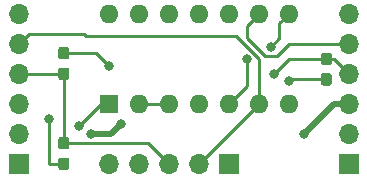
<source format=gbr>
G04 #@! TF.GenerationSoftware,KiCad,Pcbnew,5.0.0-rc3-unknown-14ce5182~65~ubuntu18.04.1*
G04 #@! TF.CreationDate,2018-07-15T20:03:12+01:00*
G04 #@! TF.ProjectId,SEN-14066-adapter,53454E2D31343036362D616461707465,rev?*
G04 #@! TF.SameCoordinates,Original*
G04 #@! TF.FileFunction,Copper,L1,Top,Signal*
G04 #@! TF.FilePolarity,Positive*
%FSLAX46Y46*%
G04 Gerber Fmt 4.6, Leading zero omitted, Abs format (unit mm)*
G04 Created by KiCad (PCBNEW 5.0.0-rc3-unknown-14ce5182~65~ubuntu18.04.1) date Sun Jul 15 20:03:12 2018*
%MOMM*%
%LPD*%
G01*
G04 APERTURE LIST*
G04 #@! TA.AperFunction,ComponentPad*
%ADD10R,1.600000X1.600000*%
G04 #@! TD*
G04 #@! TA.AperFunction,ComponentPad*
%ADD11O,1.600000X1.600000*%
G04 #@! TD*
G04 #@! TA.AperFunction,ComponentPad*
%ADD12R,1.700000X1.700000*%
G04 #@! TD*
G04 #@! TA.AperFunction,ComponentPad*
%ADD13O,1.700000X1.700000*%
G04 #@! TD*
G04 #@! TA.AperFunction,Conductor*
%ADD14C,0.100000*%
G04 #@! TD*
G04 #@! TA.AperFunction,SMDPad,CuDef*
%ADD15C,0.950000*%
G04 #@! TD*
G04 #@! TA.AperFunction,ViaPad*
%ADD16C,0.800000*%
G04 #@! TD*
G04 #@! TA.AperFunction,Conductor*
%ADD17C,0.250000*%
G04 #@! TD*
G04 #@! TA.AperFunction,Conductor*
%ADD18C,0.500000*%
G04 #@! TD*
G04 APERTURE END LIST*
D10*
G04 #@! TO.P,U1,1*
G04 #@! TO.N,Net-(R2-Pad1)*
X71120000Y-68580000D03*
D11*
G04 #@! TO.P,U1,8*
G04 #@! TO.N,Net-(U1-Pad5)*
X86360000Y-60960000D03*
G04 #@! TO.P,U1,2*
G04 #@! TO.N,Net-(U1-Pad2)*
X73660000Y-68580000D03*
G04 #@! TO.P,U1,9*
G04 #@! TO.N,Net-(J3-Pad5)*
X83820000Y-60960000D03*
G04 #@! TO.P,U1,3*
G04 #@! TO.N,Net-(U1-Pad2)*
X76200000Y-68580000D03*
G04 #@! TO.P,U1,10*
G04 #@! TO.N,N/C*
X81280000Y-60960000D03*
G04 #@! TO.P,U1,4*
G04 #@! TO.N,Net-(R3-Pad2)*
X78740000Y-68580000D03*
G04 #@! TO.P,U1,11*
G04 #@! TO.N,N/C*
X78740000Y-60960000D03*
G04 #@! TO.P,U1,5*
G04 #@! TO.N,Net-(U1-Pad5)*
X81280000Y-68580000D03*
G04 #@! TO.P,U1,12*
G04 #@! TO.N,N/C*
X76200000Y-60960000D03*
G04 #@! TO.P,U1,6*
G04 #@! TO.N,RXD*
X83820000Y-68580000D03*
G04 #@! TO.P,U1,13*
G04 #@! TO.N,N/C*
X73660000Y-60960000D03*
G04 #@! TO.P,U1,7*
G04 #@! TO.N,GND*
X86360000Y-68580000D03*
G04 #@! TO.P,U1,14*
G04 #@! TO.N,Vcc*
X71120000Y-60960000D03*
G04 #@! TD*
D12*
G04 #@! TO.P,J1,1*
G04 #@! TO.N,GND*
X63500000Y-73660000D03*
D13*
G04 #@! TO.P,J1,2*
G04 #@! TO.N,Net-(J1-Pad2)*
X63500000Y-71120000D03*
G04 #@! TO.P,J1,3*
G04 #@! TO.N,Vcc*
X63500000Y-68580000D03*
G04 #@! TO.P,J1,4*
G04 #@! TO.N,TXD*
X63500000Y-66040000D03*
G04 #@! TO.P,J1,5*
G04 #@! TO.N,RXD*
X63500000Y-63500000D03*
G04 #@! TO.P,J1,6*
G04 #@! TO.N,Net-(J1-Pad6)*
X63500000Y-60960000D03*
G04 #@! TD*
D12*
G04 #@! TO.P,J2,1*
G04 #@! TO.N,GND*
X81280000Y-73660000D03*
D13*
G04 #@! TO.P,J2,2*
G04 #@! TO.N,RXD*
X78740000Y-73660000D03*
G04 #@! TO.P,J2,3*
G04 #@! TO.N,TXD*
X76200000Y-73660000D03*
G04 #@! TO.P,J2,4*
G04 #@! TO.N,Vcc*
X73660000Y-73660000D03*
G04 #@! TO.P,J2,5*
G04 #@! TO.N,Net-(J2-Pad5)*
X71120000Y-73660000D03*
G04 #@! TD*
G04 #@! TO.P,J3,6*
G04 #@! TO.N,Net-(J3-Pad6)*
X91440000Y-60960000D03*
G04 #@! TO.P,J3,5*
G04 #@! TO.N,Net-(J3-Pad5)*
X91440000Y-63500000D03*
G04 #@! TO.P,J3,4*
G04 #@! TO.N,Net-(J3-Pad4)*
X91440000Y-66040000D03*
G04 #@! TO.P,J3,3*
G04 #@! TO.N,Vcc*
X91440000Y-68580000D03*
G04 #@! TO.P,J3,2*
G04 #@! TO.N,Net-(J3-Pad2)*
X91440000Y-71120000D03*
D12*
G04 #@! TO.P,J3,1*
G04 #@! TO.N,GND*
X91440000Y-73660000D03*
G04 #@! TD*
D14*
G04 #@! TO.N,TXD*
G04 #@! TO.C,R1*
G36*
X67570779Y-65516144D02*
X67593834Y-65519563D01*
X67616443Y-65525227D01*
X67638387Y-65533079D01*
X67659457Y-65543044D01*
X67679448Y-65555026D01*
X67698168Y-65568910D01*
X67715438Y-65584562D01*
X67731090Y-65601832D01*
X67744974Y-65620552D01*
X67756956Y-65640543D01*
X67766921Y-65661613D01*
X67774773Y-65683557D01*
X67780437Y-65706166D01*
X67783856Y-65729221D01*
X67785000Y-65752500D01*
X67785000Y-66327500D01*
X67783856Y-66350779D01*
X67780437Y-66373834D01*
X67774773Y-66396443D01*
X67766921Y-66418387D01*
X67756956Y-66439457D01*
X67744974Y-66459448D01*
X67731090Y-66478168D01*
X67715438Y-66495438D01*
X67698168Y-66511090D01*
X67679448Y-66524974D01*
X67659457Y-66536956D01*
X67638387Y-66546921D01*
X67616443Y-66554773D01*
X67593834Y-66560437D01*
X67570779Y-66563856D01*
X67547500Y-66565000D01*
X67072500Y-66565000D01*
X67049221Y-66563856D01*
X67026166Y-66560437D01*
X67003557Y-66554773D01*
X66981613Y-66546921D01*
X66960543Y-66536956D01*
X66940552Y-66524974D01*
X66921832Y-66511090D01*
X66904562Y-66495438D01*
X66888910Y-66478168D01*
X66875026Y-66459448D01*
X66863044Y-66439457D01*
X66853079Y-66418387D01*
X66845227Y-66396443D01*
X66839563Y-66373834D01*
X66836144Y-66350779D01*
X66835000Y-66327500D01*
X66835000Y-65752500D01*
X66836144Y-65729221D01*
X66839563Y-65706166D01*
X66845227Y-65683557D01*
X66853079Y-65661613D01*
X66863044Y-65640543D01*
X66875026Y-65620552D01*
X66888910Y-65601832D01*
X66904562Y-65584562D01*
X66921832Y-65568910D01*
X66940552Y-65555026D01*
X66960543Y-65543044D01*
X66981613Y-65533079D01*
X67003557Y-65525227D01*
X67026166Y-65519563D01*
X67049221Y-65516144D01*
X67072500Y-65515000D01*
X67547500Y-65515000D01*
X67570779Y-65516144D01*
X67570779Y-65516144D01*
G37*
D15*
G04 #@! TD*
G04 #@! TO.P,R1,1*
G04 #@! TO.N,TXD*
X67310000Y-66040000D03*
D14*
G04 #@! TO.N,Net-(J3-Pad4)*
G04 #@! TO.C,R1*
G36*
X67570779Y-63766144D02*
X67593834Y-63769563D01*
X67616443Y-63775227D01*
X67638387Y-63783079D01*
X67659457Y-63793044D01*
X67679448Y-63805026D01*
X67698168Y-63818910D01*
X67715438Y-63834562D01*
X67731090Y-63851832D01*
X67744974Y-63870552D01*
X67756956Y-63890543D01*
X67766921Y-63911613D01*
X67774773Y-63933557D01*
X67780437Y-63956166D01*
X67783856Y-63979221D01*
X67785000Y-64002500D01*
X67785000Y-64577500D01*
X67783856Y-64600779D01*
X67780437Y-64623834D01*
X67774773Y-64646443D01*
X67766921Y-64668387D01*
X67756956Y-64689457D01*
X67744974Y-64709448D01*
X67731090Y-64728168D01*
X67715438Y-64745438D01*
X67698168Y-64761090D01*
X67679448Y-64774974D01*
X67659457Y-64786956D01*
X67638387Y-64796921D01*
X67616443Y-64804773D01*
X67593834Y-64810437D01*
X67570779Y-64813856D01*
X67547500Y-64815000D01*
X67072500Y-64815000D01*
X67049221Y-64813856D01*
X67026166Y-64810437D01*
X67003557Y-64804773D01*
X66981613Y-64796921D01*
X66960543Y-64786956D01*
X66940552Y-64774974D01*
X66921832Y-64761090D01*
X66904562Y-64745438D01*
X66888910Y-64728168D01*
X66875026Y-64709448D01*
X66863044Y-64689457D01*
X66853079Y-64668387D01*
X66845227Y-64646443D01*
X66839563Y-64623834D01*
X66836144Y-64600779D01*
X66835000Y-64577500D01*
X66835000Y-64002500D01*
X66836144Y-63979221D01*
X66839563Y-63956166D01*
X66845227Y-63933557D01*
X66853079Y-63911613D01*
X66863044Y-63890543D01*
X66875026Y-63870552D01*
X66888910Y-63851832D01*
X66904562Y-63834562D01*
X66921832Y-63818910D01*
X66940552Y-63805026D01*
X66960543Y-63793044D01*
X66981613Y-63783079D01*
X67003557Y-63775227D01*
X67026166Y-63769563D01*
X67049221Y-63766144D01*
X67072500Y-63765000D01*
X67547500Y-63765000D01*
X67570779Y-63766144D01*
X67570779Y-63766144D01*
G37*
D15*
G04 #@! TD*
G04 #@! TO.P,R1,2*
G04 #@! TO.N,Net-(J3-Pad4)*
X67310000Y-64290000D03*
D14*
G04 #@! TO.N,TXD*
G04 #@! TO.C,R2*
G36*
X67570779Y-71386144D02*
X67593834Y-71389563D01*
X67616443Y-71395227D01*
X67638387Y-71403079D01*
X67659457Y-71413044D01*
X67679448Y-71425026D01*
X67698168Y-71438910D01*
X67715438Y-71454562D01*
X67731090Y-71471832D01*
X67744974Y-71490552D01*
X67756956Y-71510543D01*
X67766921Y-71531613D01*
X67774773Y-71553557D01*
X67780437Y-71576166D01*
X67783856Y-71599221D01*
X67785000Y-71622500D01*
X67785000Y-72197500D01*
X67783856Y-72220779D01*
X67780437Y-72243834D01*
X67774773Y-72266443D01*
X67766921Y-72288387D01*
X67756956Y-72309457D01*
X67744974Y-72329448D01*
X67731090Y-72348168D01*
X67715438Y-72365438D01*
X67698168Y-72381090D01*
X67679448Y-72394974D01*
X67659457Y-72406956D01*
X67638387Y-72416921D01*
X67616443Y-72424773D01*
X67593834Y-72430437D01*
X67570779Y-72433856D01*
X67547500Y-72435000D01*
X67072500Y-72435000D01*
X67049221Y-72433856D01*
X67026166Y-72430437D01*
X67003557Y-72424773D01*
X66981613Y-72416921D01*
X66960543Y-72406956D01*
X66940552Y-72394974D01*
X66921832Y-72381090D01*
X66904562Y-72365438D01*
X66888910Y-72348168D01*
X66875026Y-72329448D01*
X66863044Y-72309457D01*
X66853079Y-72288387D01*
X66845227Y-72266443D01*
X66839563Y-72243834D01*
X66836144Y-72220779D01*
X66835000Y-72197500D01*
X66835000Y-71622500D01*
X66836144Y-71599221D01*
X66839563Y-71576166D01*
X66845227Y-71553557D01*
X66853079Y-71531613D01*
X66863044Y-71510543D01*
X66875026Y-71490552D01*
X66888910Y-71471832D01*
X66904562Y-71454562D01*
X66921832Y-71438910D01*
X66940552Y-71425026D01*
X66960543Y-71413044D01*
X66981613Y-71403079D01*
X67003557Y-71395227D01*
X67026166Y-71389563D01*
X67049221Y-71386144D01*
X67072500Y-71385000D01*
X67547500Y-71385000D01*
X67570779Y-71386144D01*
X67570779Y-71386144D01*
G37*
D15*
G04 #@! TD*
G04 #@! TO.P,R2,2*
G04 #@! TO.N,TXD*
X67310000Y-71910000D03*
D14*
G04 #@! TO.N,Net-(R2-Pad1)*
G04 #@! TO.C,R2*
G36*
X67570779Y-73136144D02*
X67593834Y-73139563D01*
X67616443Y-73145227D01*
X67638387Y-73153079D01*
X67659457Y-73163044D01*
X67679448Y-73175026D01*
X67698168Y-73188910D01*
X67715438Y-73204562D01*
X67731090Y-73221832D01*
X67744974Y-73240552D01*
X67756956Y-73260543D01*
X67766921Y-73281613D01*
X67774773Y-73303557D01*
X67780437Y-73326166D01*
X67783856Y-73349221D01*
X67785000Y-73372500D01*
X67785000Y-73947500D01*
X67783856Y-73970779D01*
X67780437Y-73993834D01*
X67774773Y-74016443D01*
X67766921Y-74038387D01*
X67756956Y-74059457D01*
X67744974Y-74079448D01*
X67731090Y-74098168D01*
X67715438Y-74115438D01*
X67698168Y-74131090D01*
X67679448Y-74144974D01*
X67659457Y-74156956D01*
X67638387Y-74166921D01*
X67616443Y-74174773D01*
X67593834Y-74180437D01*
X67570779Y-74183856D01*
X67547500Y-74185000D01*
X67072500Y-74185000D01*
X67049221Y-74183856D01*
X67026166Y-74180437D01*
X67003557Y-74174773D01*
X66981613Y-74166921D01*
X66960543Y-74156956D01*
X66940552Y-74144974D01*
X66921832Y-74131090D01*
X66904562Y-74115438D01*
X66888910Y-74098168D01*
X66875026Y-74079448D01*
X66863044Y-74059457D01*
X66853079Y-74038387D01*
X66845227Y-74016443D01*
X66839563Y-73993834D01*
X66836144Y-73970779D01*
X66835000Y-73947500D01*
X66835000Y-73372500D01*
X66836144Y-73349221D01*
X66839563Y-73326166D01*
X66845227Y-73303557D01*
X66853079Y-73281613D01*
X66863044Y-73260543D01*
X66875026Y-73240552D01*
X66888910Y-73221832D01*
X66904562Y-73204562D01*
X66921832Y-73188910D01*
X66940552Y-73175026D01*
X66960543Y-73163044D01*
X66981613Y-73153079D01*
X67003557Y-73145227D01*
X67026166Y-73139563D01*
X67049221Y-73136144D01*
X67072500Y-73135000D01*
X67547500Y-73135000D01*
X67570779Y-73136144D01*
X67570779Y-73136144D01*
G37*
D15*
G04 #@! TD*
G04 #@! TO.P,R2,1*
G04 #@! TO.N,Net-(R2-Pad1)*
X67310000Y-73660000D03*
D14*
G04 #@! TO.N,Net-(J3-Pad4)*
G04 #@! TO.C,R3*
G36*
X89795779Y-64246144D02*
X89818834Y-64249563D01*
X89841443Y-64255227D01*
X89863387Y-64263079D01*
X89884457Y-64273044D01*
X89904448Y-64285026D01*
X89923168Y-64298910D01*
X89940438Y-64314562D01*
X89956090Y-64331832D01*
X89969974Y-64350552D01*
X89981956Y-64370543D01*
X89991921Y-64391613D01*
X89999773Y-64413557D01*
X90005437Y-64436166D01*
X90008856Y-64459221D01*
X90010000Y-64482500D01*
X90010000Y-65057500D01*
X90008856Y-65080779D01*
X90005437Y-65103834D01*
X89999773Y-65126443D01*
X89991921Y-65148387D01*
X89981956Y-65169457D01*
X89969974Y-65189448D01*
X89956090Y-65208168D01*
X89940438Y-65225438D01*
X89923168Y-65241090D01*
X89904448Y-65254974D01*
X89884457Y-65266956D01*
X89863387Y-65276921D01*
X89841443Y-65284773D01*
X89818834Y-65290437D01*
X89795779Y-65293856D01*
X89772500Y-65295000D01*
X89297500Y-65295000D01*
X89274221Y-65293856D01*
X89251166Y-65290437D01*
X89228557Y-65284773D01*
X89206613Y-65276921D01*
X89185543Y-65266956D01*
X89165552Y-65254974D01*
X89146832Y-65241090D01*
X89129562Y-65225438D01*
X89113910Y-65208168D01*
X89100026Y-65189448D01*
X89088044Y-65169457D01*
X89078079Y-65148387D01*
X89070227Y-65126443D01*
X89064563Y-65103834D01*
X89061144Y-65080779D01*
X89060000Y-65057500D01*
X89060000Y-64482500D01*
X89061144Y-64459221D01*
X89064563Y-64436166D01*
X89070227Y-64413557D01*
X89078079Y-64391613D01*
X89088044Y-64370543D01*
X89100026Y-64350552D01*
X89113910Y-64331832D01*
X89129562Y-64314562D01*
X89146832Y-64298910D01*
X89165552Y-64285026D01*
X89185543Y-64273044D01*
X89206613Y-64263079D01*
X89228557Y-64255227D01*
X89251166Y-64249563D01*
X89274221Y-64246144D01*
X89297500Y-64245000D01*
X89772500Y-64245000D01*
X89795779Y-64246144D01*
X89795779Y-64246144D01*
G37*
D15*
G04 #@! TD*
G04 #@! TO.P,R3,1*
G04 #@! TO.N,Net-(J3-Pad4)*
X89535000Y-64770000D03*
D14*
G04 #@! TO.N,Net-(R3-Pad2)*
G04 #@! TO.C,R3*
G36*
X89795779Y-65996144D02*
X89818834Y-65999563D01*
X89841443Y-66005227D01*
X89863387Y-66013079D01*
X89884457Y-66023044D01*
X89904448Y-66035026D01*
X89923168Y-66048910D01*
X89940438Y-66064562D01*
X89956090Y-66081832D01*
X89969974Y-66100552D01*
X89981956Y-66120543D01*
X89991921Y-66141613D01*
X89999773Y-66163557D01*
X90005437Y-66186166D01*
X90008856Y-66209221D01*
X90010000Y-66232500D01*
X90010000Y-66807500D01*
X90008856Y-66830779D01*
X90005437Y-66853834D01*
X89999773Y-66876443D01*
X89991921Y-66898387D01*
X89981956Y-66919457D01*
X89969974Y-66939448D01*
X89956090Y-66958168D01*
X89940438Y-66975438D01*
X89923168Y-66991090D01*
X89904448Y-67004974D01*
X89884457Y-67016956D01*
X89863387Y-67026921D01*
X89841443Y-67034773D01*
X89818834Y-67040437D01*
X89795779Y-67043856D01*
X89772500Y-67045000D01*
X89297500Y-67045000D01*
X89274221Y-67043856D01*
X89251166Y-67040437D01*
X89228557Y-67034773D01*
X89206613Y-67026921D01*
X89185543Y-67016956D01*
X89165552Y-67004974D01*
X89146832Y-66991090D01*
X89129562Y-66975438D01*
X89113910Y-66958168D01*
X89100026Y-66939448D01*
X89088044Y-66919457D01*
X89078079Y-66898387D01*
X89070227Y-66876443D01*
X89064563Y-66853834D01*
X89061144Y-66830779D01*
X89060000Y-66807500D01*
X89060000Y-66232500D01*
X89061144Y-66209221D01*
X89064563Y-66186166D01*
X89070227Y-66163557D01*
X89078079Y-66141613D01*
X89088044Y-66120543D01*
X89100026Y-66100552D01*
X89113910Y-66081832D01*
X89129562Y-66064562D01*
X89146832Y-66048910D01*
X89165552Y-66035026D01*
X89185543Y-66023044D01*
X89206613Y-66013079D01*
X89228557Y-66005227D01*
X89251166Y-65999563D01*
X89274221Y-65996144D01*
X89297500Y-65995000D01*
X89772500Y-65995000D01*
X89795779Y-65996144D01*
X89795779Y-65996144D01*
G37*
D15*
G04 #@! TD*
G04 #@! TO.P,R3,2*
G04 #@! TO.N,Net-(R3-Pad2)*
X89535000Y-66520000D03*
D16*
G04 #@! TO.N,Net-(U1-Pad5)*
X84836000Y-63754000D03*
X82799347Y-64774653D03*
G04 #@! TO.N,Net-(J3-Pad4)*
X85090000Y-66040000D03*
X71120000Y-65405000D03*
G04 #@! TO.N,GND*
X69596000Y-71120000D03*
X72136000Y-70270000D03*
G04 #@! TO.N,Vcc*
X87630000Y-71120000D03*
G04 #@! TO.N,Net-(R2-Pad1)*
X66040000Y-69850000D03*
X68580000Y-70485000D03*
G04 #@! TO.N,Net-(R3-Pad2)*
X86360000Y-66675000D03*
G04 #@! TD*
D17*
G04 #@! TO.N,Net-(U1-Pad2)*
X73660000Y-68580000D02*
X76200000Y-68580000D01*
G04 #@! TO.N,Net-(U1-Pad5)*
X85560001Y-61759999D02*
X85560001Y-63029999D01*
X86360000Y-60960000D02*
X85560001Y-61759999D01*
X85560001Y-63029999D02*
X84836000Y-63754000D01*
X82799347Y-67060653D02*
X81280000Y-68580000D01*
X82799347Y-64774653D02*
X82799347Y-67060653D01*
G04 #@! TO.N,Net-(J3-Pad5)*
X82804000Y-62992000D02*
X82804000Y-61976000D01*
X84328000Y-64516000D02*
X82804000Y-62992000D01*
X85344000Y-64516000D02*
X84328000Y-64516000D01*
X91440000Y-63500000D02*
X86360000Y-63500000D01*
X82804000Y-61976000D02*
X83820000Y-60960000D01*
X86360000Y-63500000D02*
X85344000Y-64516000D01*
G04 #@! TO.N,Net-(J3-Pad4)*
X90170000Y-64770000D02*
X91440000Y-66040000D01*
X89535000Y-64770000D02*
X90170000Y-64770000D01*
X89535000Y-64770000D02*
X86360000Y-64770000D01*
X86360000Y-64770000D02*
X85090000Y-66040000D01*
X70005000Y-64290000D02*
X67310000Y-64290000D01*
X71120000Y-65405000D02*
X70005000Y-64290000D01*
D18*
G04 #@! TO.N,GND*
X71286000Y-71120000D02*
X72136000Y-70270000D01*
X69596000Y-71120000D02*
X71286000Y-71120000D01*
G04 #@! TO.N,Vcc*
X91440000Y-68580000D02*
X90170000Y-68580000D01*
X90170000Y-68580000D02*
X87630000Y-71120000D01*
D17*
G04 #@! TO.N,TXD*
X63500000Y-66040000D02*
X67310000Y-66040000D01*
X74450000Y-71910000D02*
X76200000Y-73660000D01*
X67310000Y-71910000D02*
X74450000Y-71910000D01*
X67310000Y-66040000D02*
X67310000Y-71910000D01*
G04 #@! TO.N,RXD*
X64349999Y-62650001D02*
X69000001Y-62650001D01*
X63500000Y-63500000D02*
X64349999Y-62650001D01*
X69000001Y-62650001D02*
X69215000Y-62865000D01*
X69215000Y-62865000D02*
X81915000Y-62865000D01*
X83820000Y-64770000D02*
X83820000Y-68580000D01*
X81915000Y-62865000D02*
X83820000Y-64770000D01*
X78740000Y-73660000D02*
X83820000Y-68580000D01*
G04 #@! TO.N,Net-(R2-Pad1)*
X67310000Y-73660000D02*
X66040000Y-73660000D01*
X66040000Y-73660000D02*
X66040000Y-69850000D01*
X70485000Y-68580000D02*
X71120000Y-68580000D01*
X68580000Y-70485000D02*
X70485000Y-68580000D01*
G04 #@! TO.N,Net-(R3-Pad2)*
X89535000Y-66520000D02*
X86515000Y-66520000D01*
X86515000Y-66520000D02*
X86360000Y-66675000D01*
G04 #@! TD*
M02*

</source>
